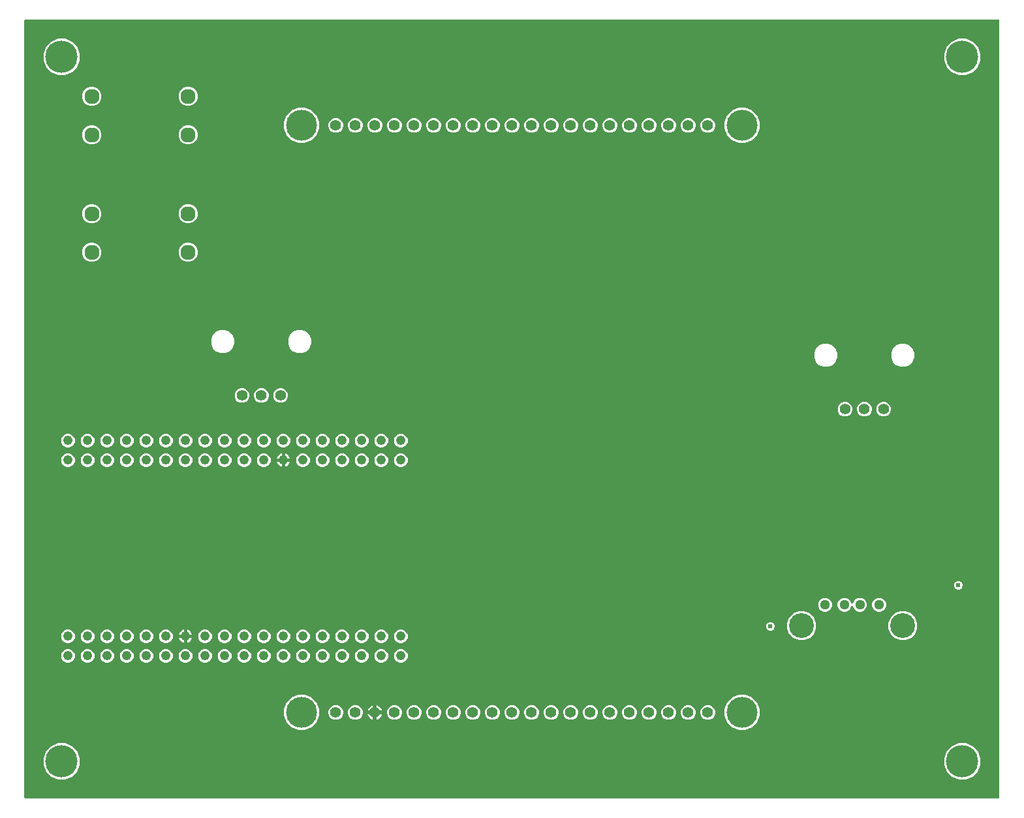
<source format=gbr>
G04 EAGLE Gerber RS-274X export*
G75*
%MOMM*%
%FSLAX34Y34*%
%LPD*%
%INCopper Layer 15*%
%IPPOS*%
%AMOC8*
5,1,8,0,0,1.08239X$1,22.5*%
G01*
%ADD10C,1.400000*%
%ADD11C,4.016000*%
%ADD12C,1.288000*%
%ADD13C,3.220000*%
%ADD14C,4.191000*%
%ADD15C,1.960000*%
%ADD16C,1.244600*%
%ADD17C,0.609600*%

G36*
X1266308Y2556D02*
X1266308Y2556D01*
X1266427Y2563D01*
X1266465Y2576D01*
X1266506Y2581D01*
X1266616Y2624D01*
X1266729Y2661D01*
X1266764Y2683D01*
X1266801Y2698D01*
X1266897Y2767D01*
X1266998Y2831D01*
X1267026Y2861D01*
X1267059Y2884D01*
X1267135Y2976D01*
X1267216Y3063D01*
X1267236Y3098D01*
X1267261Y3129D01*
X1267312Y3237D01*
X1267370Y3341D01*
X1267380Y3381D01*
X1267397Y3417D01*
X1267419Y3534D01*
X1267449Y3649D01*
X1267453Y3709D01*
X1267457Y3729D01*
X1267455Y3750D01*
X1267459Y3810D01*
X1267459Y1012190D01*
X1267444Y1012308D01*
X1267437Y1012427D01*
X1267424Y1012465D01*
X1267419Y1012506D01*
X1267376Y1012616D01*
X1267339Y1012729D01*
X1267317Y1012764D01*
X1267302Y1012801D01*
X1267233Y1012897D01*
X1267169Y1012998D01*
X1267139Y1013026D01*
X1267116Y1013059D01*
X1267024Y1013135D01*
X1266937Y1013216D01*
X1266902Y1013236D01*
X1266871Y1013261D01*
X1266763Y1013312D01*
X1266659Y1013370D01*
X1266619Y1013380D01*
X1266583Y1013397D01*
X1266466Y1013419D01*
X1266351Y1013449D01*
X1266291Y1013453D01*
X1266271Y1013457D01*
X1266250Y1013455D01*
X1266190Y1013459D01*
X3810Y1013459D01*
X3692Y1013444D01*
X3573Y1013437D01*
X3535Y1013424D01*
X3494Y1013419D01*
X3384Y1013376D01*
X3271Y1013339D01*
X3236Y1013317D01*
X3199Y1013302D01*
X3103Y1013233D01*
X3002Y1013169D01*
X2974Y1013139D01*
X2941Y1013116D01*
X2865Y1013024D01*
X2784Y1012937D01*
X2764Y1012902D01*
X2739Y1012871D01*
X2688Y1012763D01*
X2630Y1012659D01*
X2620Y1012619D01*
X2603Y1012583D01*
X2581Y1012466D01*
X2551Y1012351D01*
X2547Y1012291D01*
X2543Y1012271D01*
X2545Y1012250D01*
X2541Y1012190D01*
X2541Y3810D01*
X2556Y3692D01*
X2563Y3573D01*
X2576Y3535D01*
X2581Y3494D01*
X2624Y3384D01*
X2661Y3271D01*
X2683Y3236D01*
X2698Y3199D01*
X2767Y3103D01*
X2831Y3002D01*
X2861Y2974D01*
X2884Y2941D01*
X2976Y2865D01*
X3063Y2784D01*
X3098Y2764D01*
X3129Y2739D01*
X3237Y2688D01*
X3341Y2630D01*
X3381Y2620D01*
X3417Y2603D01*
X3534Y2581D01*
X3649Y2551D01*
X3709Y2547D01*
X3729Y2543D01*
X3750Y2545D01*
X3810Y2541D01*
X1266190Y2541D01*
X1266308Y2556D01*
G37*
%LPC*%
G36*
X1214526Y941704D02*
X1214526Y941704D01*
X1205891Y945281D01*
X1199281Y951891D01*
X1195704Y960526D01*
X1195704Y969874D01*
X1199281Y978509D01*
X1205891Y985119D01*
X1214526Y988696D01*
X1223874Y988696D01*
X1232509Y985119D01*
X1239119Y978509D01*
X1242696Y969874D01*
X1242696Y960526D01*
X1239119Y951891D01*
X1232509Y945281D01*
X1223874Y941704D01*
X1214526Y941704D01*
G37*
%LPD*%
%LPC*%
G36*
X46126Y941704D02*
X46126Y941704D01*
X37491Y945281D01*
X30881Y951891D01*
X27304Y960526D01*
X27304Y969874D01*
X30881Y978509D01*
X37491Y985119D01*
X46126Y988696D01*
X55474Y988696D01*
X64109Y985119D01*
X70719Y978509D01*
X74296Y969874D01*
X74296Y960526D01*
X70719Y951891D01*
X64109Y945281D01*
X55474Y941704D01*
X46126Y941704D01*
G37*
%LPD*%
%LPC*%
G36*
X1214526Y27304D02*
X1214526Y27304D01*
X1205891Y30881D01*
X1199281Y37491D01*
X1195704Y46126D01*
X1195704Y55474D01*
X1199281Y64109D01*
X1205891Y70719D01*
X1214526Y74296D01*
X1223874Y74296D01*
X1232509Y70719D01*
X1239119Y64109D01*
X1242696Y55474D01*
X1242696Y46126D01*
X1239119Y37491D01*
X1232509Y30881D01*
X1223874Y27304D01*
X1214526Y27304D01*
G37*
%LPD*%
%LPC*%
G36*
X46126Y27304D02*
X46126Y27304D01*
X37491Y30881D01*
X30881Y37491D01*
X27304Y46126D01*
X27304Y55474D01*
X30881Y64109D01*
X37491Y70719D01*
X46126Y74296D01*
X55474Y74296D01*
X64109Y70719D01*
X70719Y64109D01*
X74296Y55474D01*
X74296Y46126D01*
X70719Y37491D01*
X64109Y30881D01*
X55474Y27304D01*
X46126Y27304D01*
G37*
%LPD*%
%LPC*%
G36*
X928950Y853679D02*
X928950Y853679D01*
X920636Y857123D01*
X914273Y863486D01*
X910829Y871800D01*
X910829Y880800D01*
X914273Y889114D01*
X920636Y895477D01*
X928950Y898921D01*
X937950Y898921D01*
X946264Y895477D01*
X952627Y889114D01*
X956071Y880800D01*
X956071Y871800D01*
X952627Y863486D01*
X946264Y857123D01*
X937950Y853679D01*
X928950Y853679D01*
G37*
%LPD*%
%LPC*%
G36*
X357450Y853679D02*
X357450Y853679D01*
X349136Y857123D01*
X342773Y863486D01*
X339329Y871800D01*
X339329Y880800D01*
X342773Y889114D01*
X349136Y895477D01*
X357450Y898921D01*
X366450Y898921D01*
X374764Y895477D01*
X381127Y889114D01*
X384571Y880800D01*
X384571Y871800D01*
X381127Y863486D01*
X374764Y857123D01*
X366450Y853679D01*
X357450Y853679D01*
G37*
%LPD*%
%LPC*%
G36*
X357450Y91679D02*
X357450Y91679D01*
X349136Y95123D01*
X342773Y101486D01*
X339329Y109800D01*
X339329Y118800D01*
X342773Y127114D01*
X349136Y133477D01*
X357450Y136921D01*
X366450Y136921D01*
X374764Y133477D01*
X381127Y127114D01*
X384571Y118800D01*
X384571Y109800D01*
X381127Y101486D01*
X374764Y95123D01*
X366450Y91679D01*
X357450Y91679D01*
G37*
%LPD*%
%LPC*%
G36*
X928950Y91679D02*
X928950Y91679D01*
X920636Y95123D01*
X914273Y101486D01*
X910829Y109800D01*
X910829Y118800D01*
X914273Y127114D01*
X920636Y133477D01*
X928950Y136921D01*
X937950Y136921D01*
X946264Y133477D01*
X952627Y127114D01*
X956071Y118800D01*
X956071Y109800D01*
X952627Y101486D01*
X946264Y95123D01*
X937950Y91679D01*
X928950Y91679D01*
G37*
%LPD*%
%LPC*%
G36*
X1006992Y208259D02*
X1006992Y208259D01*
X1000141Y211097D01*
X994897Y216341D01*
X992059Y223192D01*
X992059Y230608D01*
X994897Y237459D01*
X1000141Y242703D01*
X1006992Y245541D01*
X1014408Y245541D01*
X1021259Y242703D01*
X1026503Y237459D01*
X1029341Y230608D01*
X1029341Y223192D01*
X1026503Y216341D01*
X1021259Y211097D01*
X1014408Y208259D01*
X1006992Y208259D01*
G37*
%LPD*%
%LPC*%
G36*
X1138392Y208259D02*
X1138392Y208259D01*
X1131541Y211097D01*
X1126297Y216341D01*
X1123459Y223192D01*
X1123459Y230608D01*
X1126297Y237459D01*
X1131541Y242703D01*
X1138392Y245541D01*
X1145808Y245541D01*
X1152659Y242703D01*
X1157903Y237459D01*
X1160741Y230608D01*
X1160741Y223192D01*
X1157903Y216341D01*
X1152659Y211097D01*
X1145808Y208259D01*
X1138392Y208259D01*
G37*
%LPD*%
%LPC*%
G36*
X356888Y580739D02*
X356888Y580739D01*
X351360Y583029D01*
X347129Y587260D01*
X344839Y592788D01*
X344839Y598772D01*
X347129Y604300D01*
X351360Y608531D01*
X356888Y610821D01*
X362872Y610821D01*
X368400Y608531D01*
X372631Y604300D01*
X374921Y598772D01*
X374921Y592788D01*
X372631Y587260D01*
X368400Y583029D01*
X362872Y580739D01*
X356888Y580739D01*
G37*
%LPD*%
%LPC*%
G36*
X256888Y580739D02*
X256888Y580739D01*
X251360Y583029D01*
X247129Y587260D01*
X244839Y592788D01*
X244839Y598772D01*
X247129Y604300D01*
X251360Y608531D01*
X256888Y610821D01*
X262872Y610821D01*
X268400Y608531D01*
X272631Y604300D01*
X274921Y598772D01*
X274921Y592788D01*
X272631Y587260D01*
X268400Y583029D01*
X262872Y580739D01*
X256888Y580739D01*
G37*
%LPD*%
%LPC*%
G36*
X1139208Y562959D02*
X1139208Y562959D01*
X1133680Y565249D01*
X1129449Y569480D01*
X1127159Y575008D01*
X1127159Y580992D01*
X1129449Y586520D01*
X1133680Y590751D01*
X1139208Y593041D01*
X1145192Y593041D01*
X1150720Y590751D01*
X1154951Y586520D01*
X1157241Y580992D01*
X1157241Y575008D01*
X1154951Y569480D01*
X1150720Y565249D01*
X1145192Y562959D01*
X1139208Y562959D01*
G37*
%LPD*%
%LPC*%
G36*
X1039208Y562959D02*
X1039208Y562959D01*
X1033680Y565249D01*
X1029449Y569480D01*
X1027159Y575008D01*
X1027159Y580992D01*
X1029449Y586520D01*
X1033680Y590751D01*
X1039208Y593041D01*
X1045192Y593041D01*
X1050720Y590751D01*
X1054951Y586520D01*
X1057241Y580992D01*
X1057241Y575008D01*
X1054951Y569480D01*
X1050720Y565249D01*
X1045192Y562959D01*
X1039208Y562959D01*
G37*
%LPD*%
%LPC*%
G36*
X1064614Y245019D02*
X1064614Y245019D01*
X1061313Y246386D01*
X1058786Y248913D01*
X1057419Y252214D01*
X1057419Y255786D01*
X1058786Y259087D01*
X1061313Y261614D01*
X1064614Y262981D01*
X1068186Y262981D01*
X1071487Y261614D01*
X1074014Y259087D01*
X1075227Y256157D01*
X1075296Y256036D01*
X1075361Y255913D01*
X1075375Y255898D01*
X1075385Y255880D01*
X1075482Y255780D01*
X1075575Y255678D01*
X1075592Y255666D01*
X1075606Y255652D01*
X1075724Y255579D01*
X1075841Y255503D01*
X1075860Y255496D01*
X1075877Y255486D01*
X1076010Y255445D01*
X1076142Y255400D01*
X1076162Y255398D01*
X1076181Y255392D01*
X1076320Y255385D01*
X1076459Y255374D01*
X1076479Y255378D01*
X1076499Y255377D01*
X1076635Y255405D01*
X1076772Y255429D01*
X1076791Y255437D01*
X1076810Y255441D01*
X1076935Y255502D01*
X1077062Y255559D01*
X1077078Y255572D01*
X1077096Y255581D01*
X1077202Y255671D01*
X1077310Y255758D01*
X1077323Y255774D01*
X1077338Y255787D01*
X1077418Y255901D01*
X1077502Y256012D01*
X1077514Y256037D01*
X1077521Y256047D01*
X1077528Y256067D01*
X1077573Y256157D01*
X1078786Y259087D01*
X1081313Y261614D01*
X1084614Y262981D01*
X1088186Y262981D01*
X1091487Y261614D01*
X1094014Y259087D01*
X1095381Y255786D01*
X1095381Y252214D01*
X1094014Y248913D01*
X1091487Y246386D01*
X1088186Y245019D01*
X1084614Y245019D01*
X1081313Y246386D01*
X1078786Y248913D01*
X1077573Y251843D01*
X1077567Y251853D01*
X1077567Y251854D01*
X1077504Y251964D01*
X1077439Y252087D01*
X1077425Y252102D01*
X1077415Y252120D01*
X1077318Y252220D01*
X1077225Y252322D01*
X1077208Y252333D01*
X1077194Y252348D01*
X1077075Y252421D01*
X1076959Y252497D01*
X1076940Y252504D01*
X1076923Y252514D01*
X1076790Y252555D01*
X1076658Y252600D01*
X1076638Y252602D01*
X1076619Y252608D01*
X1076480Y252615D01*
X1076341Y252626D01*
X1076321Y252622D01*
X1076301Y252623D01*
X1076165Y252595D01*
X1076028Y252571D01*
X1076009Y252563D01*
X1075990Y252559D01*
X1075864Y252497D01*
X1075738Y252441D01*
X1075722Y252428D01*
X1075704Y252419D01*
X1075598Y252329D01*
X1075490Y252242D01*
X1075477Y252226D01*
X1075462Y252213D01*
X1075382Y252099D01*
X1075298Y251988D01*
X1075286Y251963D01*
X1075279Y251953D01*
X1075272Y251933D01*
X1075227Y251843D01*
X1074014Y248913D01*
X1071487Y246386D01*
X1068186Y245019D01*
X1064614Y245019D01*
G37*
%LPD*%
%LPC*%
G36*
X212445Y901659D02*
X212445Y901659D01*
X207910Y903538D01*
X204438Y907010D01*
X202559Y911545D01*
X202559Y916455D01*
X204438Y920990D01*
X207910Y924462D01*
X212445Y926341D01*
X217355Y926341D01*
X221890Y924462D01*
X225362Y920990D01*
X227241Y916455D01*
X227241Y911545D01*
X225362Y907010D01*
X221890Y903538D01*
X217355Y901659D01*
X212445Y901659D01*
G37*
%LPD*%
%LPC*%
G36*
X87445Y901659D02*
X87445Y901659D01*
X82910Y903538D01*
X79438Y907010D01*
X77559Y911545D01*
X77559Y916455D01*
X79438Y920990D01*
X82910Y924462D01*
X87445Y926341D01*
X92355Y926341D01*
X96890Y924462D01*
X100362Y920990D01*
X102241Y916455D01*
X102241Y911545D01*
X100362Y907010D01*
X96890Y903538D01*
X92355Y901659D01*
X87445Y901659D01*
G37*
%LPD*%
%LPC*%
G36*
X212445Y851659D02*
X212445Y851659D01*
X207910Y853538D01*
X204438Y857010D01*
X202559Y861545D01*
X202559Y866455D01*
X204438Y870990D01*
X207910Y874462D01*
X212445Y876341D01*
X217355Y876341D01*
X221890Y874462D01*
X225362Y870990D01*
X227241Y866455D01*
X227241Y861545D01*
X225362Y857010D01*
X221890Y853538D01*
X217355Y851659D01*
X212445Y851659D01*
G37*
%LPD*%
%LPC*%
G36*
X87445Y851659D02*
X87445Y851659D01*
X82910Y853538D01*
X79438Y857010D01*
X77559Y861545D01*
X77559Y866455D01*
X79438Y870990D01*
X82910Y874462D01*
X87445Y876341D01*
X92355Y876341D01*
X96890Y874462D01*
X100362Y870990D01*
X102241Y866455D01*
X102241Y861545D01*
X100362Y857010D01*
X96890Y853538D01*
X92355Y851659D01*
X87445Y851659D01*
G37*
%LPD*%
%LPC*%
G36*
X212445Y749259D02*
X212445Y749259D01*
X207910Y751138D01*
X204438Y754610D01*
X202559Y759145D01*
X202559Y764055D01*
X204438Y768590D01*
X207910Y772062D01*
X212445Y773941D01*
X217355Y773941D01*
X221890Y772062D01*
X225362Y768590D01*
X227241Y764055D01*
X227241Y759145D01*
X225362Y754610D01*
X221890Y751138D01*
X217355Y749259D01*
X212445Y749259D01*
G37*
%LPD*%
%LPC*%
G36*
X87445Y749259D02*
X87445Y749259D01*
X82910Y751138D01*
X79438Y754610D01*
X77559Y759145D01*
X77559Y764055D01*
X79438Y768590D01*
X82910Y772062D01*
X87445Y773941D01*
X92355Y773941D01*
X96890Y772062D01*
X100362Y768590D01*
X102241Y764055D01*
X102241Y759145D01*
X100362Y754610D01*
X96890Y751138D01*
X92355Y749259D01*
X87445Y749259D01*
G37*
%LPD*%
%LPC*%
G36*
X212445Y699259D02*
X212445Y699259D01*
X207910Y701138D01*
X204438Y704610D01*
X202559Y709145D01*
X202559Y714055D01*
X204438Y718590D01*
X207910Y722062D01*
X212445Y723941D01*
X217355Y723941D01*
X221890Y722062D01*
X225362Y718590D01*
X227241Y714055D01*
X227241Y709145D01*
X225362Y704610D01*
X221890Y701138D01*
X217355Y699259D01*
X212445Y699259D01*
G37*
%LPD*%
%LPC*%
G36*
X87445Y699259D02*
X87445Y699259D01*
X82910Y701138D01*
X79438Y704610D01*
X77559Y709145D01*
X77559Y714055D01*
X79438Y718590D01*
X82910Y722062D01*
X87445Y723941D01*
X92355Y723941D01*
X96890Y722062D01*
X100362Y718590D01*
X102241Y714055D01*
X102241Y709145D01*
X100362Y704610D01*
X96890Y701138D01*
X92355Y699259D01*
X87445Y699259D01*
G37*
%LPD*%
%LPC*%
G36*
X429902Y866759D02*
X429902Y866759D01*
X426396Y868212D01*
X423712Y870896D01*
X422259Y874402D01*
X422259Y878198D01*
X423712Y881704D01*
X426396Y884388D01*
X429902Y885841D01*
X433698Y885841D01*
X437204Y884388D01*
X439888Y881704D01*
X441341Y878198D01*
X441341Y874402D01*
X439888Y870896D01*
X437204Y868212D01*
X433698Y866759D01*
X429902Y866759D01*
G37*
%LPD*%
%LPC*%
G36*
X404502Y866759D02*
X404502Y866759D01*
X400996Y868212D01*
X398312Y870896D01*
X396859Y874402D01*
X396859Y878198D01*
X398312Y881704D01*
X400996Y884388D01*
X404502Y885841D01*
X408298Y885841D01*
X411804Y884388D01*
X414488Y881704D01*
X415941Y878198D01*
X415941Y874402D01*
X414488Y870896D01*
X411804Y868212D01*
X408298Y866759D01*
X404502Y866759D01*
G37*
%LPD*%
%LPC*%
G36*
X887102Y866759D02*
X887102Y866759D01*
X883596Y868212D01*
X880912Y870896D01*
X879459Y874402D01*
X879459Y878198D01*
X880912Y881704D01*
X883596Y884388D01*
X887102Y885841D01*
X890898Y885841D01*
X894404Y884388D01*
X897088Y881704D01*
X898541Y878198D01*
X898541Y874402D01*
X897088Y870896D01*
X894404Y868212D01*
X890898Y866759D01*
X887102Y866759D01*
G37*
%LPD*%
%LPC*%
G36*
X861702Y866759D02*
X861702Y866759D01*
X858196Y868212D01*
X855512Y870896D01*
X854059Y874402D01*
X854059Y878198D01*
X855512Y881704D01*
X858196Y884388D01*
X861702Y885841D01*
X865498Y885841D01*
X869004Y884388D01*
X871688Y881704D01*
X873141Y878198D01*
X873141Y874402D01*
X871688Y870896D01*
X869004Y868212D01*
X865498Y866759D01*
X861702Y866759D01*
G37*
%LPD*%
%LPC*%
G36*
X836302Y866759D02*
X836302Y866759D01*
X832796Y868212D01*
X830112Y870896D01*
X828659Y874402D01*
X828659Y878198D01*
X830112Y881704D01*
X832796Y884388D01*
X836302Y885841D01*
X840098Y885841D01*
X843604Y884388D01*
X846288Y881704D01*
X847741Y878198D01*
X847741Y874402D01*
X846288Y870896D01*
X843604Y868212D01*
X840098Y866759D01*
X836302Y866759D01*
G37*
%LPD*%
%LPC*%
G36*
X810902Y866759D02*
X810902Y866759D01*
X807396Y868212D01*
X804712Y870896D01*
X803259Y874402D01*
X803259Y878198D01*
X804712Y881704D01*
X807396Y884388D01*
X810902Y885841D01*
X814698Y885841D01*
X818204Y884388D01*
X820888Y881704D01*
X822341Y878198D01*
X822341Y874402D01*
X820888Y870896D01*
X818204Y868212D01*
X814698Y866759D01*
X810902Y866759D01*
G37*
%LPD*%
%LPC*%
G36*
X785502Y866759D02*
X785502Y866759D01*
X781996Y868212D01*
X779312Y870896D01*
X777859Y874402D01*
X777859Y878198D01*
X779312Y881704D01*
X781996Y884388D01*
X785502Y885841D01*
X789298Y885841D01*
X792804Y884388D01*
X795488Y881704D01*
X796941Y878198D01*
X796941Y874402D01*
X795488Y870896D01*
X792804Y868212D01*
X789298Y866759D01*
X785502Y866759D01*
G37*
%LPD*%
%LPC*%
G36*
X760102Y866759D02*
X760102Y866759D01*
X756596Y868212D01*
X753912Y870896D01*
X752459Y874402D01*
X752459Y878198D01*
X753912Y881704D01*
X756596Y884388D01*
X760102Y885841D01*
X763898Y885841D01*
X767404Y884388D01*
X770088Y881704D01*
X771541Y878198D01*
X771541Y874402D01*
X770088Y870896D01*
X767404Y868212D01*
X763898Y866759D01*
X760102Y866759D01*
G37*
%LPD*%
%LPC*%
G36*
X734702Y866759D02*
X734702Y866759D01*
X731196Y868212D01*
X728512Y870896D01*
X727059Y874402D01*
X727059Y878198D01*
X728512Y881704D01*
X731196Y884388D01*
X734702Y885841D01*
X738498Y885841D01*
X742004Y884388D01*
X744688Y881704D01*
X746141Y878198D01*
X746141Y874402D01*
X744688Y870896D01*
X742004Y868212D01*
X738498Y866759D01*
X734702Y866759D01*
G37*
%LPD*%
%LPC*%
G36*
X709302Y866759D02*
X709302Y866759D01*
X705796Y868212D01*
X703112Y870896D01*
X701659Y874402D01*
X701659Y878198D01*
X703112Y881704D01*
X705796Y884388D01*
X709302Y885841D01*
X713098Y885841D01*
X716604Y884388D01*
X719288Y881704D01*
X720741Y878198D01*
X720741Y874402D01*
X719288Y870896D01*
X716604Y868212D01*
X713098Y866759D01*
X709302Y866759D01*
G37*
%LPD*%
%LPC*%
G36*
X683902Y866759D02*
X683902Y866759D01*
X680396Y868212D01*
X677712Y870896D01*
X676259Y874402D01*
X676259Y878198D01*
X677712Y881704D01*
X680396Y884388D01*
X683902Y885841D01*
X687698Y885841D01*
X691204Y884388D01*
X693888Y881704D01*
X695341Y878198D01*
X695341Y874402D01*
X693888Y870896D01*
X691204Y868212D01*
X687698Y866759D01*
X683902Y866759D01*
G37*
%LPD*%
%LPC*%
G36*
X658502Y866759D02*
X658502Y866759D01*
X654996Y868212D01*
X652312Y870896D01*
X650859Y874402D01*
X650859Y878198D01*
X652312Y881704D01*
X654996Y884388D01*
X658502Y885841D01*
X662298Y885841D01*
X665804Y884388D01*
X668488Y881704D01*
X669941Y878198D01*
X669941Y874402D01*
X668488Y870896D01*
X665804Y868212D01*
X662298Y866759D01*
X658502Y866759D01*
G37*
%LPD*%
%LPC*%
G36*
X633102Y866759D02*
X633102Y866759D01*
X629596Y868212D01*
X626912Y870896D01*
X625459Y874402D01*
X625459Y878198D01*
X626912Y881704D01*
X629596Y884388D01*
X633102Y885841D01*
X636898Y885841D01*
X640404Y884388D01*
X643088Y881704D01*
X644541Y878198D01*
X644541Y874402D01*
X643088Y870896D01*
X640404Y868212D01*
X636898Y866759D01*
X633102Y866759D01*
G37*
%LPD*%
%LPC*%
G36*
X607702Y866759D02*
X607702Y866759D01*
X604196Y868212D01*
X601512Y870896D01*
X600059Y874402D01*
X600059Y878198D01*
X601512Y881704D01*
X604196Y884388D01*
X607702Y885841D01*
X611498Y885841D01*
X615004Y884388D01*
X617688Y881704D01*
X619141Y878198D01*
X619141Y874402D01*
X617688Y870896D01*
X615004Y868212D01*
X611498Y866759D01*
X607702Y866759D01*
G37*
%LPD*%
%LPC*%
G36*
X582302Y866759D02*
X582302Y866759D01*
X578796Y868212D01*
X576112Y870896D01*
X574659Y874402D01*
X574659Y878198D01*
X576112Y881704D01*
X578796Y884388D01*
X582302Y885841D01*
X586098Y885841D01*
X589604Y884388D01*
X592288Y881704D01*
X593741Y878198D01*
X593741Y874402D01*
X592288Y870896D01*
X589604Y868212D01*
X586098Y866759D01*
X582302Y866759D01*
G37*
%LPD*%
%LPC*%
G36*
X556902Y866759D02*
X556902Y866759D01*
X553396Y868212D01*
X550712Y870896D01*
X549259Y874402D01*
X549259Y878198D01*
X550712Y881704D01*
X553396Y884388D01*
X556902Y885841D01*
X560698Y885841D01*
X564204Y884388D01*
X566888Y881704D01*
X568341Y878198D01*
X568341Y874402D01*
X566888Y870896D01*
X564204Y868212D01*
X560698Y866759D01*
X556902Y866759D01*
G37*
%LPD*%
%LPC*%
G36*
X531502Y866759D02*
X531502Y866759D01*
X527996Y868212D01*
X525312Y870896D01*
X523859Y874402D01*
X523859Y878198D01*
X525312Y881704D01*
X527996Y884388D01*
X531502Y885841D01*
X535298Y885841D01*
X538804Y884388D01*
X541488Y881704D01*
X542941Y878198D01*
X542941Y874402D01*
X541488Y870896D01*
X538804Y868212D01*
X535298Y866759D01*
X531502Y866759D01*
G37*
%LPD*%
%LPC*%
G36*
X506102Y866759D02*
X506102Y866759D01*
X502596Y868212D01*
X499912Y870896D01*
X498459Y874402D01*
X498459Y878198D01*
X499912Y881704D01*
X502596Y884388D01*
X506102Y885841D01*
X509898Y885841D01*
X513404Y884388D01*
X516088Y881704D01*
X517541Y878198D01*
X517541Y874402D01*
X516088Y870896D01*
X513404Y868212D01*
X509898Y866759D01*
X506102Y866759D01*
G37*
%LPD*%
%LPC*%
G36*
X480702Y866759D02*
X480702Y866759D01*
X477196Y868212D01*
X474512Y870896D01*
X473059Y874402D01*
X473059Y878198D01*
X474512Y881704D01*
X477196Y884388D01*
X480702Y885841D01*
X484498Y885841D01*
X488004Y884388D01*
X490688Y881704D01*
X492141Y878198D01*
X492141Y874402D01*
X490688Y870896D01*
X488004Y868212D01*
X484498Y866759D01*
X480702Y866759D01*
G37*
%LPD*%
%LPC*%
G36*
X455302Y866759D02*
X455302Y866759D01*
X451796Y868212D01*
X449112Y870896D01*
X447659Y874402D01*
X447659Y878198D01*
X449112Y881704D01*
X451796Y884388D01*
X455302Y885841D01*
X459098Y885841D01*
X462604Y884388D01*
X465288Y881704D01*
X466741Y878198D01*
X466741Y874402D01*
X465288Y870896D01*
X462604Y868212D01*
X459098Y866759D01*
X455302Y866759D01*
G37*
%LPD*%
%LPC*%
G36*
X307982Y516239D02*
X307982Y516239D01*
X304476Y517692D01*
X301792Y520376D01*
X300339Y523882D01*
X300339Y527678D01*
X301792Y531184D01*
X304476Y533868D01*
X307982Y535321D01*
X311778Y535321D01*
X315284Y533868D01*
X317968Y531184D01*
X319421Y527678D01*
X319421Y523882D01*
X317968Y520376D01*
X315284Y517692D01*
X311778Y516239D01*
X307982Y516239D01*
G37*
%LPD*%
%LPC*%
G36*
X282982Y516239D02*
X282982Y516239D01*
X279476Y517692D01*
X276792Y520376D01*
X275339Y523882D01*
X275339Y527678D01*
X276792Y531184D01*
X279476Y533868D01*
X282982Y535321D01*
X286778Y535321D01*
X290284Y533868D01*
X292968Y531184D01*
X294421Y527678D01*
X294421Y523882D01*
X292968Y520376D01*
X290284Y517692D01*
X286778Y516239D01*
X282982Y516239D01*
G37*
%LPD*%
%LPC*%
G36*
X332982Y516239D02*
X332982Y516239D01*
X329476Y517692D01*
X326792Y520376D01*
X325339Y523882D01*
X325339Y527678D01*
X326792Y531184D01*
X329476Y533868D01*
X332982Y535321D01*
X336778Y535321D01*
X340284Y533868D01*
X342968Y531184D01*
X344421Y527678D01*
X344421Y523882D01*
X342968Y520376D01*
X340284Y517692D01*
X336778Y516239D01*
X332982Y516239D01*
G37*
%LPD*%
%LPC*%
G36*
X1115302Y498459D02*
X1115302Y498459D01*
X1111796Y499912D01*
X1109112Y502596D01*
X1107659Y506102D01*
X1107659Y509898D01*
X1109112Y513404D01*
X1111796Y516088D01*
X1115302Y517541D01*
X1119098Y517541D01*
X1122604Y516088D01*
X1125288Y513404D01*
X1126741Y509898D01*
X1126741Y506102D01*
X1125288Y502596D01*
X1122604Y499912D01*
X1119098Y498459D01*
X1115302Y498459D01*
G37*
%LPD*%
%LPC*%
G36*
X1090302Y498459D02*
X1090302Y498459D01*
X1086796Y499912D01*
X1084112Y502596D01*
X1082659Y506102D01*
X1082659Y509898D01*
X1084112Y513404D01*
X1086796Y516088D01*
X1090302Y517541D01*
X1094098Y517541D01*
X1097604Y516088D01*
X1100288Y513404D01*
X1101741Y509898D01*
X1101741Y506102D01*
X1100288Y502596D01*
X1097604Y499912D01*
X1094098Y498459D01*
X1090302Y498459D01*
G37*
%LPD*%
%LPC*%
G36*
X1065302Y498459D02*
X1065302Y498459D01*
X1061796Y499912D01*
X1059112Y502596D01*
X1057659Y506102D01*
X1057659Y509898D01*
X1059112Y513404D01*
X1061796Y516088D01*
X1065302Y517541D01*
X1069098Y517541D01*
X1072604Y516088D01*
X1075288Y513404D01*
X1076741Y509898D01*
X1076741Y506102D01*
X1075288Y502596D01*
X1072604Y499912D01*
X1069098Y498459D01*
X1065302Y498459D01*
G37*
%LPD*%
%LPC*%
G36*
X607702Y104759D02*
X607702Y104759D01*
X604196Y106212D01*
X601512Y108896D01*
X600059Y112402D01*
X600059Y116198D01*
X601512Y119704D01*
X604196Y122388D01*
X607702Y123841D01*
X611498Y123841D01*
X615004Y122388D01*
X617688Y119704D01*
X619141Y116198D01*
X619141Y112402D01*
X617688Y108896D01*
X615004Y106212D01*
X611498Y104759D01*
X607702Y104759D01*
G37*
%LPD*%
%LPC*%
G36*
X582302Y104759D02*
X582302Y104759D01*
X578796Y106212D01*
X576112Y108896D01*
X574659Y112402D01*
X574659Y116198D01*
X576112Y119704D01*
X578796Y122388D01*
X582302Y123841D01*
X586098Y123841D01*
X589604Y122388D01*
X592288Y119704D01*
X593741Y116198D01*
X593741Y112402D01*
X592288Y108896D01*
X589604Y106212D01*
X586098Y104759D01*
X582302Y104759D01*
G37*
%LPD*%
%LPC*%
G36*
X556902Y104759D02*
X556902Y104759D01*
X553396Y106212D01*
X550712Y108896D01*
X549259Y112402D01*
X549259Y116198D01*
X550712Y119704D01*
X553396Y122388D01*
X556902Y123841D01*
X560698Y123841D01*
X564204Y122388D01*
X566888Y119704D01*
X568341Y116198D01*
X568341Y112402D01*
X566888Y108896D01*
X564204Y106212D01*
X560698Y104759D01*
X556902Y104759D01*
G37*
%LPD*%
%LPC*%
G36*
X531502Y104759D02*
X531502Y104759D01*
X527996Y106212D01*
X525312Y108896D01*
X523859Y112402D01*
X523859Y116198D01*
X525312Y119704D01*
X527996Y122388D01*
X531502Y123841D01*
X535298Y123841D01*
X538804Y122388D01*
X541488Y119704D01*
X542941Y116198D01*
X542941Y112402D01*
X541488Y108896D01*
X538804Y106212D01*
X535298Y104759D01*
X531502Y104759D01*
G37*
%LPD*%
%LPC*%
G36*
X506102Y104759D02*
X506102Y104759D01*
X502596Y106212D01*
X499912Y108896D01*
X498459Y112402D01*
X498459Y116198D01*
X499912Y119704D01*
X502596Y122388D01*
X506102Y123841D01*
X509898Y123841D01*
X513404Y122388D01*
X516088Y119704D01*
X517541Y116198D01*
X517541Y112402D01*
X516088Y108896D01*
X513404Y106212D01*
X509898Y104759D01*
X506102Y104759D01*
G37*
%LPD*%
%LPC*%
G36*
X480702Y104759D02*
X480702Y104759D01*
X477196Y106212D01*
X474512Y108896D01*
X473059Y112402D01*
X473059Y116198D01*
X474512Y119704D01*
X477196Y122388D01*
X480702Y123841D01*
X484498Y123841D01*
X488004Y122388D01*
X490688Y119704D01*
X492141Y116198D01*
X492141Y112402D01*
X490688Y108896D01*
X488004Y106212D01*
X484498Y104759D01*
X480702Y104759D01*
G37*
%LPD*%
%LPC*%
G36*
X429902Y104759D02*
X429902Y104759D01*
X426396Y106212D01*
X423712Y108896D01*
X422259Y112402D01*
X422259Y116198D01*
X423712Y119704D01*
X426396Y122388D01*
X429902Y123841D01*
X433698Y123841D01*
X437204Y122388D01*
X439888Y119704D01*
X441341Y116198D01*
X441341Y112402D01*
X439888Y108896D01*
X437204Y106212D01*
X433698Y104759D01*
X429902Y104759D01*
G37*
%LPD*%
%LPC*%
G36*
X404502Y104759D02*
X404502Y104759D01*
X400996Y106212D01*
X398312Y108896D01*
X396859Y112402D01*
X396859Y116198D01*
X398312Y119704D01*
X400996Y122388D01*
X404502Y123841D01*
X408298Y123841D01*
X411804Y122388D01*
X414488Y119704D01*
X415941Y116198D01*
X415941Y112402D01*
X414488Y108896D01*
X411804Y106212D01*
X408298Y104759D01*
X404502Y104759D01*
G37*
%LPD*%
%LPC*%
G36*
X760102Y104759D02*
X760102Y104759D01*
X756596Y106212D01*
X753912Y108896D01*
X752459Y112402D01*
X752459Y116198D01*
X753912Y119704D01*
X756596Y122388D01*
X760102Y123841D01*
X763898Y123841D01*
X767404Y122388D01*
X770088Y119704D01*
X771541Y116198D01*
X771541Y112402D01*
X770088Y108896D01*
X767404Y106212D01*
X763898Y104759D01*
X760102Y104759D01*
G37*
%LPD*%
%LPC*%
G36*
X887102Y104759D02*
X887102Y104759D01*
X883596Y106212D01*
X880912Y108896D01*
X879459Y112402D01*
X879459Y116198D01*
X880912Y119704D01*
X883596Y122388D01*
X887102Y123841D01*
X890898Y123841D01*
X894404Y122388D01*
X897088Y119704D01*
X898541Y116198D01*
X898541Y112402D01*
X897088Y108896D01*
X894404Y106212D01*
X890898Y104759D01*
X887102Y104759D01*
G37*
%LPD*%
%LPC*%
G36*
X861702Y104759D02*
X861702Y104759D01*
X858196Y106212D01*
X855512Y108896D01*
X854059Y112402D01*
X854059Y116198D01*
X855512Y119704D01*
X858196Y122388D01*
X861702Y123841D01*
X865498Y123841D01*
X869004Y122388D01*
X871688Y119704D01*
X873141Y116198D01*
X873141Y112402D01*
X871688Y108896D01*
X869004Y106212D01*
X865498Y104759D01*
X861702Y104759D01*
G37*
%LPD*%
%LPC*%
G36*
X836302Y104759D02*
X836302Y104759D01*
X832796Y106212D01*
X830112Y108896D01*
X828659Y112402D01*
X828659Y116198D01*
X830112Y119704D01*
X832796Y122388D01*
X836302Y123841D01*
X840098Y123841D01*
X843604Y122388D01*
X846288Y119704D01*
X847741Y116198D01*
X847741Y112402D01*
X846288Y108896D01*
X843604Y106212D01*
X840098Y104759D01*
X836302Y104759D01*
G37*
%LPD*%
%LPC*%
G36*
X810902Y104759D02*
X810902Y104759D01*
X807396Y106212D01*
X804712Y108896D01*
X803259Y112402D01*
X803259Y116198D01*
X804712Y119704D01*
X807396Y122388D01*
X810902Y123841D01*
X814698Y123841D01*
X818204Y122388D01*
X820888Y119704D01*
X822341Y116198D01*
X822341Y112402D01*
X820888Y108896D01*
X818204Y106212D01*
X814698Y104759D01*
X810902Y104759D01*
G37*
%LPD*%
%LPC*%
G36*
X785502Y104759D02*
X785502Y104759D01*
X781996Y106212D01*
X779312Y108896D01*
X777859Y112402D01*
X777859Y116198D01*
X779312Y119704D01*
X781996Y122388D01*
X785502Y123841D01*
X789298Y123841D01*
X792804Y122388D01*
X795488Y119704D01*
X796941Y116198D01*
X796941Y112402D01*
X795488Y108896D01*
X792804Y106212D01*
X789298Y104759D01*
X785502Y104759D01*
G37*
%LPD*%
%LPC*%
G36*
X734702Y104759D02*
X734702Y104759D01*
X731196Y106212D01*
X728512Y108896D01*
X727059Y112402D01*
X727059Y116198D01*
X728512Y119704D01*
X731196Y122388D01*
X734702Y123841D01*
X738498Y123841D01*
X742004Y122388D01*
X744688Y119704D01*
X746141Y116198D01*
X746141Y112402D01*
X744688Y108896D01*
X742004Y106212D01*
X738498Y104759D01*
X734702Y104759D01*
G37*
%LPD*%
%LPC*%
G36*
X709302Y104759D02*
X709302Y104759D01*
X705796Y106212D01*
X703112Y108896D01*
X701659Y112402D01*
X701659Y116198D01*
X703112Y119704D01*
X705796Y122388D01*
X709302Y123841D01*
X713098Y123841D01*
X716604Y122388D01*
X719288Y119704D01*
X720741Y116198D01*
X720741Y112402D01*
X719288Y108896D01*
X716604Y106212D01*
X713098Y104759D01*
X709302Y104759D01*
G37*
%LPD*%
%LPC*%
G36*
X683902Y104759D02*
X683902Y104759D01*
X680396Y106212D01*
X677712Y108896D01*
X676259Y112402D01*
X676259Y116198D01*
X677712Y119704D01*
X680396Y122388D01*
X683902Y123841D01*
X687698Y123841D01*
X691204Y122388D01*
X693888Y119704D01*
X695341Y116198D01*
X695341Y112402D01*
X693888Y108896D01*
X691204Y106212D01*
X687698Y104759D01*
X683902Y104759D01*
G37*
%LPD*%
%LPC*%
G36*
X658502Y104759D02*
X658502Y104759D01*
X654996Y106212D01*
X652312Y108896D01*
X650859Y112402D01*
X650859Y116198D01*
X652312Y119704D01*
X654996Y122388D01*
X658502Y123841D01*
X662298Y123841D01*
X665804Y122388D01*
X668488Y119704D01*
X669941Y116198D01*
X669941Y112402D01*
X668488Y108896D01*
X665804Y106212D01*
X662298Y104759D01*
X658502Y104759D01*
G37*
%LPD*%
%LPC*%
G36*
X633102Y104759D02*
X633102Y104759D01*
X629596Y106212D01*
X626912Y108896D01*
X625459Y112402D01*
X625459Y116198D01*
X626912Y119704D01*
X629596Y122388D01*
X633102Y123841D01*
X636898Y123841D01*
X640404Y122388D01*
X643088Y119704D01*
X644541Y116198D01*
X644541Y112402D01*
X643088Y108896D01*
X640404Y106212D01*
X636898Y104759D01*
X633102Y104759D01*
G37*
%LPD*%
%LPC*%
G36*
X1039614Y245019D02*
X1039614Y245019D01*
X1036313Y246386D01*
X1033786Y248913D01*
X1032419Y252214D01*
X1032419Y255786D01*
X1033786Y259087D01*
X1036313Y261614D01*
X1039614Y262981D01*
X1043186Y262981D01*
X1046487Y261614D01*
X1049014Y259087D01*
X1050381Y255786D01*
X1050381Y252214D01*
X1049014Y248913D01*
X1046487Y246386D01*
X1043186Y245019D01*
X1039614Y245019D01*
G37*
%LPD*%
%LPC*%
G36*
X1109614Y245019D02*
X1109614Y245019D01*
X1106313Y246386D01*
X1103786Y248913D01*
X1102419Y252214D01*
X1102419Y255786D01*
X1103786Y259087D01*
X1106313Y261614D01*
X1109614Y262981D01*
X1113186Y262981D01*
X1116487Y261614D01*
X1119014Y259087D01*
X1120381Y255786D01*
X1120381Y252214D01*
X1119014Y248913D01*
X1116487Y246386D01*
X1113186Y245019D01*
X1109614Y245019D01*
G37*
%LPD*%
%LPC*%
G36*
X133557Y458336D02*
X133557Y458336D01*
X130336Y459670D01*
X127870Y462136D01*
X126536Y465357D01*
X126536Y468843D01*
X127870Y472064D01*
X130336Y474530D01*
X133557Y475864D01*
X137043Y475864D01*
X140264Y474530D01*
X142730Y472064D01*
X144064Y468843D01*
X144064Y465357D01*
X142730Y462136D01*
X140264Y459670D01*
X137043Y458336D01*
X133557Y458336D01*
G37*
%LPD*%
%LPC*%
G36*
X108157Y458336D02*
X108157Y458336D01*
X104936Y459670D01*
X102470Y462136D01*
X101136Y465357D01*
X101136Y468843D01*
X102470Y472064D01*
X104936Y474530D01*
X108157Y475864D01*
X111643Y475864D01*
X114864Y474530D01*
X117330Y472064D01*
X118664Y468843D01*
X118664Y465357D01*
X117330Y462136D01*
X114864Y459670D01*
X111643Y458336D01*
X108157Y458336D01*
G37*
%LPD*%
%LPC*%
G36*
X489157Y458336D02*
X489157Y458336D01*
X485936Y459670D01*
X483470Y462136D01*
X482136Y465357D01*
X482136Y468843D01*
X483470Y472064D01*
X485936Y474530D01*
X489157Y475864D01*
X492643Y475864D01*
X495864Y474530D01*
X498330Y472064D01*
X499664Y468843D01*
X499664Y465357D01*
X498330Y462136D01*
X495864Y459670D01*
X492643Y458336D01*
X489157Y458336D01*
G37*
%LPD*%
%LPC*%
G36*
X463757Y458336D02*
X463757Y458336D01*
X460536Y459670D01*
X458070Y462136D01*
X456736Y465357D01*
X456736Y468843D01*
X458070Y472064D01*
X460536Y474530D01*
X463757Y475864D01*
X467243Y475864D01*
X470464Y474530D01*
X472930Y472064D01*
X474264Y468843D01*
X474264Y465357D01*
X472930Y462136D01*
X470464Y459670D01*
X467243Y458336D01*
X463757Y458336D01*
G37*
%LPD*%
%LPC*%
G36*
X438357Y458336D02*
X438357Y458336D01*
X435136Y459670D01*
X432670Y462136D01*
X431336Y465357D01*
X431336Y468843D01*
X432670Y472064D01*
X435136Y474530D01*
X438357Y475864D01*
X441843Y475864D01*
X445064Y474530D01*
X447530Y472064D01*
X448864Y468843D01*
X448864Y465357D01*
X447530Y462136D01*
X445064Y459670D01*
X441843Y458336D01*
X438357Y458336D01*
G37*
%LPD*%
%LPC*%
G36*
X412957Y458336D02*
X412957Y458336D01*
X409736Y459670D01*
X407270Y462136D01*
X405936Y465357D01*
X405936Y468843D01*
X407270Y472064D01*
X409736Y474530D01*
X412957Y475864D01*
X416443Y475864D01*
X419664Y474530D01*
X422130Y472064D01*
X423464Y468843D01*
X423464Y465357D01*
X422130Y462136D01*
X419664Y459670D01*
X416443Y458336D01*
X412957Y458336D01*
G37*
%LPD*%
%LPC*%
G36*
X387557Y458336D02*
X387557Y458336D01*
X384336Y459670D01*
X381870Y462136D01*
X380536Y465357D01*
X380536Y468843D01*
X381870Y472064D01*
X384336Y474530D01*
X387557Y475864D01*
X391043Y475864D01*
X394264Y474530D01*
X396730Y472064D01*
X398064Y468843D01*
X398064Y465357D01*
X396730Y462136D01*
X394264Y459670D01*
X391043Y458336D01*
X387557Y458336D01*
G37*
%LPD*%
%LPC*%
G36*
X362157Y458336D02*
X362157Y458336D01*
X358936Y459670D01*
X356470Y462136D01*
X355136Y465357D01*
X355136Y468843D01*
X356470Y472064D01*
X358936Y474530D01*
X362157Y475864D01*
X365643Y475864D01*
X368864Y474530D01*
X371330Y472064D01*
X372664Y468843D01*
X372664Y465357D01*
X371330Y462136D01*
X368864Y459670D01*
X365643Y458336D01*
X362157Y458336D01*
G37*
%LPD*%
%LPC*%
G36*
X336757Y458336D02*
X336757Y458336D01*
X333536Y459670D01*
X331070Y462136D01*
X329736Y465357D01*
X329736Y468843D01*
X331070Y472064D01*
X333536Y474530D01*
X336757Y475864D01*
X340243Y475864D01*
X343464Y474530D01*
X345930Y472064D01*
X347264Y468843D01*
X347264Y465357D01*
X345930Y462136D01*
X343464Y459670D01*
X340243Y458336D01*
X336757Y458336D01*
G37*
%LPD*%
%LPC*%
G36*
X311357Y458336D02*
X311357Y458336D01*
X308136Y459670D01*
X305670Y462136D01*
X304336Y465357D01*
X304336Y468843D01*
X305670Y472064D01*
X308136Y474530D01*
X311357Y475864D01*
X314843Y475864D01*
X318064Y474530D01*
X320530Y472064D01*
X321864Y468843D01*
X321864Y465357D01*
X320530Y462136D01*
X318064Y459670D01*
X314843Y458336D01*
X311357Y458336D01*
G37*
%LPD*%
%LPC*%
G36*
X285957Y458336D02*
X285957Y458336D01*
X282736Y459670D01*
X280270Y462136D01*
X278936Y465357D01*
X278936Y468843D01*
X280270Y472064D01*
X282736Y474530D01*
X285957Y475864D01*
X289443Y475864D01*
X292664Y474530D01*
X295130Y472064D01*
X296464Y468843D01*
X296464Y465357D01*
X295130Y462136D01*
X292664Y459670D01*
X289443Y458336D01*
X285957Y458336D01*
G37*
%LPD*%
%LPC*%
G36*
X260557Y458336D02*
X260557Y458336D01*
X257336Y459670D01*
X254870Y462136D01*
X253536Y465357D01*
X253536Y468843D01*
X254870Y472064D01*
X257336Y474530D01*
X260557Y475864D01*
X264043Y475864D01*
X267264Y474530D01*
X269730Y472064D01*
X271064Y468843D01*
X271064Y465357D01*
X269730Y462136D01*
X267264Y459670D01*
X264043Y458336D01*
X260557Y458336D01*
G37*
%LPD*%
%LPC*%
G36*
X235157Y458336D02*
X235157Y458336D01*
X231936Y459670D01*
X229470Y462136D01*
X228136Y465357D01*
X228136Y468843D01*
X229470Y472064D01*
X231936Y474530D01*
X235157Y475864D01*
X238643Y475864D01*
X241864Y474530D01*
X244330Y472064D01*
X245664Y468843D01*
X245664Y465357D01*
X244330Y462136D01*
X241864Y459670D01*
X238643Y458336D01*
X235157Y458336D01*
G37*
%LPD*%
%LPC*%
G36*
X209757Y458336D02*
X209757Y458336D01*
X206536Y459670D01*
X204070Y462136D01*
X202736Y465357D01*
X202736Y468843D01*
X204070Y472064D01*
X206536Y474530D01*
X209757Y475864D01*
X213243Y475864D01*
X216464Y474530D01*
X218930Y472064D01*
X220264Y468843D01*
X220264Y465357D01*
X218930Y462136D01*
X216464Y459670D01*
X213243Y458336D01*
X209757Y458336D01*
G37*
%LPD*%
%LPC*%
G36*
X184357Y458336D02*
X184357Y458336D01*
X181136Y459670D01*
X178670Y462136D01*
X177336Y465357D01*
X177336Y468843D01*
X178670Y472064D01*
X181136Y474530D01*
X184357Y475864D01*
X187843Y475864D01*
X191064Y474530D01*
X193530Y472064D01*
X194864Y468843D01*
X194864Y465357D01*
X193530Y462136D01*
X191064Y459670D01*
X187843Y458336D01*
X184357Y458336D01*
G37*
%LPD*%
%LPC*%
G36*
X158957Y458336D02*
X158957Y458336D01*
X155736Y459670D01*
X153270Y462136D01*
X151936Y465357D01*
X151936Y468843D01*
X153270Y472064D01*
X155736Y474530D01*
X158957Y475864D01*
X162443Y475864D01*
X165664Y474530D01*
X168130Y472064D01*
X169464Y468843D01*
X169464Y465357D01*
X168130Y462136D01*
X165664Y459670D01*
X162443Y458336D01*
X158957Y458336D01*
G37*
%LPD*%
%LPC*%
G36*
X82757Y458336D02*
X82757Y458336D01*
X79536Y459670D01*
X77070Y462136D01*
X75736Y465357D01*
X75736Y468843D01*
X77070Y472064D01*
X79536Y474530D01*
X82757Y475864D01*
X86243Y475864D01*
X89464Y474530D01*
X91930Y472064D01*
X93264Y468843D01*
X93264Y465357D01*
X91930Y462136D01*
X89464Y459670D01*
X86243Y458336D01*
X82757Y458336D01*
G37*
%LPD*%
%LPC*%
G36*
X57357Y458336D02*
X57357Y458336D01*
X54136Y459670D01*
X51670Y462136D01*
X50336Y465357D01*
X50336Y468843D01*
X51670Y472064D01*
X54136Y474530D01*
X57357Y475864D01*
X60843Y475864D01*
X64064Y474530D01*
X66530Y472064D01*
X67864Y468843D01*
X67864Y465357D01*
X66530Y462136D01*
X64064Y459670D01*
X60843Y458336D01*
X57357Y458336D01*
G37*
%LPD*%
%LPC*%
G36*
X82757Y432936D02*
X82757Y432936D01*
X79536Y434270D01*
X77070Y436736D01*
X75736Y439957D01*
X75736Y443443D01*
X77070Y446664D01*
X79536Y449130D01*
X82757Y450464D01*
X86243Y450464D01*
X89464Y449130D01*
X91930Y446664D01*
X93264Y443443D01*
X93264Y439957D01*
X91930Y436736D01*
X89464Y434270D01*
X86243Y432936D01*
X82757Y432936D01*
G37*
%LPD*%
%LPC*%
G36*
X57357Y432936D02*
X57357Y432936D01*
X54136Y434270D01*
X51670Y436736D01*
X50336Y439957D01*
X50336Y443443D01*
X51670Y446664D01*
X54136Y449130D01*
X57357Y450464D01*
X60843Y450464D01*
X64064Y449130D01*
X66530Y446664D01*
X67864Y443443D01*
X67864Y439957D01*
X66530Y436736D01*
X64064Y434270D01*
X60843Y432936D01*
X57357Y432936D01*
G37*
%LPD*%
%LPC*%
G36*
X489157Y432936D02*
X489157Y432936D01*
X485936Y434270D01*
X483470Y436736D01*
X482136Y439957D01*
X482136Y443443D01*
X483470Y446664D01*
X485936Y449130D01*
X489157Y450464D01*
X492643Y450464D01*
X495864Y449130D01*
X498330Y446664D01*
X499664Y443443D01*
X499664Y439957D01*
X498330Y436736D01*
X495864Y434270D01*
X492643Y432936D01*
X489157Y432936D01*
G37*
%LPD*%
%LPC*%
G36*
X463757Y432936D02*
X463757Y432936D01*
X460536Y434270D01*
X458070Y436736D01*
X456736Y439957D01*
X456736Y443443D01*
X458070Y446664D01*
X460536Y449130D01*
X463757Y450464D01*
X467243Y450464D01*
X470464Y449130D01*
X472930Y446664D01*
X474264Y443443D01*
X474264Y439957D01*
X472930Y436736D01*
X470464Y434270D01*
X467243Y432936D01*
X463757Y432936D01*
G37*
%LPD*%
%LPC*%
G36*
X438357Y432936D02*
X438357Y432936D01*
X435136Y434270D01*
X432670Y436736D01*
X431336Y439957D01*
X431336Y443443D01*
X432670Y446664D01*
X435136Y449130D01*
X438357Y450464D01*
X441843Y450464D01*
X445064Y449130D01*
X447530Y446664D01*
X448864Y443443D01*
X448864Y439957D01*
X447530Y436736D01*
X445064Y434270D01*
X441843Y432936D01*
X438357Y432936D01*
G37*
%LPD*%
%LPC*%
G36*
X412957Y432936D02*
X412957Y432936D01*
X409736Y434270D01*
X407270Y436736D01*
X405936Y439957D01*
X405936Y443443D01*
X407270Y446664D01*
X409736Y449130D01*
X412957Y450464D01*
X416443Y450464D01*
X419664Y449130D01*
X422130Y446664D01*
X423464Y443443D01*
X423464Y439957D01*
X422130Y436736D01*
X419664Y434270D01*
X416443Y432936D01*
X412957Y432936D01*
G37*
%LPD*%
%LPC*%
G36*
X387557Y432936D02*
X387557Y432936D01*
X384336Y434270D01*
X381870Y436736D01*
X380536Y439957D01*
X380536Y443443D01*
X381870Y446664D01*
X384336Y449130D01*
X387557Y450464D01*
X391043Y450464D01*
X394264Y449130D01*
X396730Y446664D01*
X398064Y443443D01*
X398064Y439957D01*
X396730Y436736D01*
X394264Y434270D01*
X391043Y432936D01*
X387557Y432936D01*
G37*
%LPD*%
%LPC*%
G36*
X362157Y432936D02*
X362157Y432936D01*
X358936Y434270D01*
X356470Y436736D01*
X355136Y439957D01*
X355136Y443443D01*
X356470Y446664D01*
X358936Y449130D01*
X362157Y450464D01*
X365643Y450464D01*
X368864Y449130D01*
X371330Y446664D01*
X372664Y443443D01*
X372664Y439957D01*
X371330Y436736D01*
X368864Y434270D01*
X365643Y432936D01*
X362157Y432936D01*
G37*
%LPD*%
%LPC*%
G36*
X311357Y432936D02*
X311357Y432936D01*
X308136Y434270D01*
X305670Y436736D01*
X304336Y439957D01*
X304336Y443443D01*
X305670Y446664D01*
X308136Y449130D01*
X311357Y450464D01*
X314843Y450464D01*
X318064Y449130D01*
X320530Y446664D01*
X321864Y443443D01*
X321864Y439957D01*
X320530Y436736D01*
X318064Y434270D01*
X314843Y432936D01*
X311357Y432936D01*
G37*
%LPD*%
%LPC*%
G36*
X311357Y204336D02*
X311357Y204336D01*
X308136Y205670D01*
X305670Y208136D01*
X304336Y211357D01*
X304336Y214843D01*
X305670Y218064D01*
X308136Y220530D01*
X311357Y221864D01*
X314843Y221864D01*
X318064Y220530D01*
X320530Y218064D01*
X321864Y214843D01*
X321864Y211357D01*
X320530Y208136D01*
X318064Y205670D01*
X314843Y204336D01*
X311357Y204336D01*
G37*
%LPD*%
%LPC*%
G36*
X285957Y204336D02*
X285957Y204336D01*
X282736Y205670D01*
X280270Y208136D01*
X278936Y211357D01*
X278936Y214843D01*
X280270Y218064D01*
X282736Y220530D01*
X285957Y221864D01*
X289443Y221864D01*
X292664Y220530D01*
X295130Y218064D01*
X296464Y214843D01*
X296464Y211357D01*
X295130Y208136D01*
X292664Y205670D01*
X289443Y204336D01*
X285957Y204336D01*
G37*
%LPD*%
%LPC*%
G36*
X260557Y204336D02*
X260557Y204336D01*
X257336Y205670D01*
X254870Y208136D01*
X253536Y211357D01*
X253536Y214843D01*
X254870Y218064D01*
X257336Y220530D01*
X260557Y221864D01*
X264043Y221864D01*
X267264Y220530D01*
X269730Y218064D01*
X271064Y214843D01*
X271064Y211357D01*
X269730Y208136D01*
X267264Y205670D01*
X264043Y204336D01*
X260557Y204336D01*
G37*
%LPD*%
%LPC*%
G36*
X235157Y204336D02*
X235157Y204336D01*
X231936Y205670D01*
X229470Y208136D01*
X228136Y211357D01*
X228136Y214843D01*
X229470Y218064D01*
X231936Y220530D01*
X235157Y221864D01*
X238643Y221864D01*
X241864Y220530D01*
X244330Y218064D01*
X245664Y214843D01*
X245664Y211357D01*
X244330Y208136D01*
X241864Y205670D01*
X238643Y204336D01*
X235157Y204336D01*
G37*
%LPD*%
%LPC*%
G36*
X184357Y204336D02*
X184357Y204336D01*
X181136Y205670D01*
X178670Y208136D01*
X177336Y211357D01*
X177336Y214843D01*
X178670Y218064D01*
X181136Y220530D01*
X184357Y221864D01*
X187843Y221864D01*
X191064Y220530D01*
X193530Y218064D01*
X194864Y214843D01*
X194864Y211357D01*
X193530Y208136D01*
X191064Y205670D01*
X187843Y204336D01*
X184357Y204336D01*
G37*
%LPD*%
%LPC*%
G36*
X158957Y204336D02*
X158957Y204336D01*
X155736Y205670D01*
X153270Y208136D01*
X151936Y211357D01*
X151936Y214843D01*
X153270Y218064D01*
X155736Y220530D01*
X158957Y221864D01*
X162443Y221864D01*
X165664Y220530D01*
X168130Y218064D01*
X169464Y214843D01*
X169464Y211357D01*
X168130Y208136D01*
X165664Y205670D01*
X162443Y204336D01*
X158957Y204336D01*
G37*
%LPD*%
%LPC*%
G36*
X133557Y204336D02*
X133557Y204336D01*
X130336Y205670D01*
X127870Y208136D01*
X126536Y211357D01*
X126536Y214843D01*
X127870Y218064D01*
X130336Y220530D01*
X133557Y221864D01*
X137043Y221864D01*
X140264Y220530D01*
X142730Y218064D01*
X144064Y214843D01*
X144064Y211357D01*
X142730Y208136D01*
X140264Y205670D01*
X137043Y204336D01*
X133557Y204336D01*
G37*
%LPD*%
%LPC*%
G36*
X108157Y204336D02*
X108157Y204336D01*
X104936Y205670D01*
X102470Y208136D01*
X101136Y211357D01*
X101136Y214843D01*
X102470Y218064D01*
X104936Y220530D01*
X108157Y221864D01*
X111643Y221864D01*
X114864Y220530D01*
X117330Y218064D01*
X118664Y214843D01*
X118664Y211357D01*
X117330Y208136D01*
X114864Y205670D01*
X111643Y204336D01*
X108157Y204336D01*
G37*
%LPD*%
%LPC*%
G36*
X82757Y204336D02*
X82757Y204336D01*
X79536Y205670D01*
X77070Y208136D01*
X75736Y211357D01*
X75736Y214843D01*
X77070Y218064D01*
X79536Y220530D01*
X82757Y221864D01*
X86243Y221864D01*
X89464Y220530D01*
X91930Y218064D01*
X93264Y214843D01*
X93264Y211357D01*
X91930Y208136D01*
X89464Y205670D01*
X86243Y204336D01*
X82757Y204336D01*
G37*
%LPD*%
%LPC*%
G36*
X57357Y204336D02*
X57357Y204336D01*
X54136Y205670D01*
X51670Y208136D01*
X50336Y211357D01*
X50336Y214843D01*
X51670Y218064D01*
X54136Y220530D01*
X57357Y221864D01*
X60843Y221864D01*
X64064Y220530D01*
X66530Y218064D01*
X67864Y214843D01*
X67864Y211357D01*
X66530Y208136D01*
X64064Y205670D01*
X60843Y204336D01*
X57357Y204336D01*
G37*
%LPD*%
%LPC*%
G36*
X387557Y204336D02*
X387557Y204336D01*
X384336Y205670D01*
X381870Y208136D01*
X380536Y211357D01*
X380536Y214843D01*
X381870Y218064D01*
X384336Y220530D01*
X387557Y221864D01*
X391043Y221864D01*
X394264Y220530D01*
X396730Y218064D01*
X398064Y214843D01*
X398064Y211357D01*
X396730Y208136D01*
X394264Y205670D01*
X391043Y204336D01*
X387557Y204336D01*
G37*
%LPD*%
%LPC*%
G36*
X285957Y432936D02*
X285957Y432936D01*
X282736Y434270D01*
X280270Y436736D01*
X278936Y439957D01*
X278936Y443443D01*
X280270Y446664D01*
X282736Y449130D01*
X285957Y450464D01*
X289443Y450464D01*
X292664Y449130D01*
X295130Y446664D01*
X296464Y443443D01*
X296464Y439957D01*
X295130Y436736D01*
X292664Y434270D01*
X289443Y432936D01*
X285957Y432936D01*
G37*
%LPD*%
%LPC*%
G36*
X82757Y178936D02*
X82757Y178936D01*
X79536Y180270D01*
X77070Y182736D01*
X75736Y185957D01*
X75736Y189443D01*
X77070Y192664D01*
X79536Y195130D01*
X82757Y196464D01*
X86243Y196464D01*
X89464Y195130D01*
X91930Y192664D01*
X93264Y189443D01*
X93264Y185957D01*
X91930Y182736D01*
X89464Y180270D01*
X86243Y178936D01*
X82757Y178936D01*
G37*
%LPD*%
%LPC*%
G36*
X57357Y178936D02*
X57357Y178936D01*
X54136Y180270D01*
X51670Y182736D01*
X50336Y185957D01*
X50336Y189443D01*
X51670Y192664D01*
X54136Y195130D01*
X57357Y196464D01*
X60843Y196464D01*
X64064Y195130D01*
X66530Y192664D01*
X67864Y189443D01*
X67864Y185957D01*
X66530Y182736D01*
X64064Y180270D01*
X60843Y178936D01*
X57357Y178936D01*
G37*
%LPD*%
%LPC*%
G36*
X489157Y178936D02*
X489157Y178936D01*
X485936Y180270D01*
X483470Y182736D01*
X482136Y185957D01*
X482136Y189443D01*
X483470Y192664D01*
X485936Y195130D01*
X489157Y196464D01*
X492643Y196464D01*
X495864Y195130D01*
X498330Y192664D01*
X499664Y189443D01*
X499664Y185957D01*
X498330Y182736D01*
X495864Y180270D01*
X492643Y178936D01*
X489157Y178936D01*
G37*
%LPD*%
%LPC*%
G36*
X463757Y178936D02*
X463757Y178936D01*
X460536Y180270D01*
X458070Y182736D01*
X456736Y185957D01*
X456736Y189443D01*
X458070Y192664D01*
X460536Y195130D01*
X463757Y196464D01*
X467243Y196464D01*
X470464Y195130D01*
X472930Y192664D01*
X474264Y189443D01*
X474264Y185957D01*
X472930Y182736D01*
X470464Y180270D01*
X467243Y178936D01*
X463757Y178936D01*
G37*
%LPD*%
%LPC*%
G36*
X438357Y178936D02*
X438357Y178936D01*
X435136Y180270D01*
X432670Y182736D01*
X431336Y185957D01*
X431336Y189443D01*
X432670Y192664D01*
X435136Y195130D01*
X438357Y196464D01*
X441843Y196464D01*
X445064Y195130D01*
X447530Y192664D01*
X448864Y189443D01*
X448864Y185957D01*
X447530Y182736D01*
X445064Y180270D01*
X441843Y178936D01*
X438357Y178936D01*
G37*
%LPD*%
%LPC*%
G36*
X412957Y178936D02*
X412957Y178936D01*
X409736Y180270D01*
X407270Y182736D01*
X405936Y185957D01*
X405936Y189443D01*
X407270Y192664D01*
X409736Y195130D01*
X412957Y196464D01*
X416443Y196464D01*
X419664Y195130D01*
X422130Y192664D01*
X423464Y189443D01*
X423464Y185957D01*
X422130Y182736D01*
X419664Y180270D01*
X416443Y178936D01*
X412957Y178936D01*
G37*
%LPD*%
%LPC*%
G36*
X209757Y432936D02*
X209757Y432936D01*
X206536Y434270D01*
X204070Y436736D01*
X202736Y439957D01*
X202736Y443443D01*
X204070Y446664D01*
X206536Y449130D01*
X209757Y450464D01*
X213243Y450464D01*
X216464Y449130D01*
X218930Y446664D01*
X220264Y443443D01*
X220264Y439957D01*
X218930Y436736D01*
X216464Y434270D01*
X213243Y432936D01*
X209757Y432936D01*
G37*
%LPD*%
%LPC*%
G36*
X362157Y178936D02*
X362157Y178936D01*
X358936Y180270D01*
X356470Y182736D01*
X355136Y185957D01*
X355136Y189443D01*
X356470Y192664D01*
X358936Y195130D01*
X362157Y196464D01*
X365643Y196464D01*
X368864Y195130D01*
X371330Y192664D01*
X372664Y189443D01*
X372664Y185957D01*
X371330Y182736D01*
X368864Y180270D01*
X365643Y178936D01*
X362157Y178936D01*
G37*
%LPD*%
%LPC*%
G36*
X336757Y178936D02*
X336757Y178936D01*
X333536Y180270D01*
X331070Y182736D01*
X329736Y185957D01*
X329736Y189443D01*
X331070Y192664D01*
X333536Y195130D01*
X336757Y196464D01*
X340243Y196464D01*
X343464Y195130D01*
X345930Y192664D01*
X347264Y189443D01*
X347264Y185957D01*
X345930Y182736D01*
X343464Y180270D01*
X340243Y178936D01*
X336757Y178936D01*
G37*
%LPD*%
%LPC*%
G36*
X311357Y178936D02*
X311357Y178936D01*
X308136Y180270D01*
X305670Y182736D01*
X304336Y185957D01*
X304336Y189443D01*
X305670Y192664D01*
X308136Y195130D01*
X311357Y196464D01*
X314843Y196464D01*
X318064Y195130D01*
X320530Y192664D01*
X321864Y189443D01*
X321864Y185957D01*
X320530Y182736D01*
X318064Y180270D01*
X314843Y178936D01*
X311357Y178936D01*
G37*
%LPD*%
%LPC*%
G36*
X285957Y178936D02*
X285957Y178936D01*
X282736Y180270D01*
X280270Y182736D01*
X278936Y185957D01*
X278936Y189443D01*
X280270Y192664D01*
X282736Y195130D01*
X285957Y196464D01*
X289443Y196464D01*
X292664Y195130D01*
X295130Y192664D01*
X296464Y189443D01*
X296464Y185957D01*
X295130Y182736D01*
X292664Y180270D01*
X289443Y178936D01*
X285957Y178936D01*
G37*
%LPD*%
%LPC*%
G36*
X260557Y178936D02*
X260557Y178936D01*
X257336Y180270D01*
X254870Y182736D01*
X253536Y185957D01*
X253536Y189443D01*
X254870Y192664D01*
X257336Y195130D01*
X260557Y196464D01*
X264043Y196464D01*
X267264Y195130D01*
X269730Y192664D01*
X271064Y189443D01*
X271064Y185957D01*
X269730Y182736D01*
X267264Y180270D01*
X264043Y178936D01*
X260557Y178936D01*
G37*
%LPD*%
%LPC*%
G36*
X235157Y178936D02*
X235157Y178936D01*
X231936Y180270D01*
X229470Y182736D01*
X228136Y185957D01*
X228136Y189443D01*
X229470Y192664D01*
X231936Y195130D01*
X235157Y196464D01*
X238643Y196464D01*
X241864Y195130D01*
X244330Y192664D01*
X245664Y189443D01*
X245664Y185957D01*
X244330Y182736D01*
X241864Y180270D01*
X238643Y178936D01*
X235157Y178936D01*
G37*
%LPD*%
%LPC*%
G36*
X209757Y178936D02*
X209757Y178936D01*
X206536Y180270D01*
X204070Y182736D01*
X202736Y185957D01*
X202736Y189443D01*
X204070Y192664D01*
X206536Y195130D01*
X209757Y196464D01*
X213243Y196464D01*
X216464Y195130D01*
X218930Y192664D01*
X220264Y189443D01*
X220264Y185957D01*
X218930Y182736D01*
X216464Y180270D01*
X213243Y178936D01*
X209757Y178936D01*
G37*
%LPD*%
%LPC*%
G36*
X184357Y178936D02*
X184357Y178936D01*
X181136Y180270D01*
X178670Y182736D01*
X177336Y185957D01*
X177336Y189443D01*
X178670Y192664D01*
X181136Y195130D01*
X184357Y196464D01*
X187843Y196464D01*
X191064Y195130D01*
X193530Y192664D01*
X194864Y189443D01*
X194864Y185957D01*
X193530Y182736D01*
X191064Y180270D01*
X187843Y178936D01*
X184357Y178936D01*
G37*
%LPD*%
%LPC*%
G36*
X158957Y178936D02*
X158957Y178936D01*
X155736Y180270D01*
X153270Y182736D01*
X151936Y185957D01*
X151936Y189443D01*
X153270Y192664D01*
X155736Y195130D01*
X158957Y196464D01*
X162443Y196464D01*
X165664Y195130D01*
X168130Y192664D01*
X169464Y189443D01*
X169464Y185957D01*
X168130Y182736D01*
X165664Y180270D01*
X162443Y178936D01*
X158957Y178936D01*
G37*
%LPD*%
%LPC*%
G36*
X133557Y178936D02*
X133557Y178936D01*
X130336Y180270D01*
X127870Y182736D01*
X126536Y185957D01*
X126536Y189443D01*
X127870Y192664D01*
X130336Y195130D01*
X133557Y196464D01*
X137043Y196464D01*
X140264Y195130D01*
X142730Y192664D01*
X144064Y189443D01*
X144064Y185957D01*
X142730Y182736D01*
X140264Y180270D01*
X137043Y178936D01*
X133557Y178936D01*
G37*
%LPD*%
%LPC*%
G36*
X108157Y178936D02*
X108157Y178936D01*
X104936Y180270D01*
X102470Y182736D01*
X101136Y185957D01*
X101136Y189443D01*
X102470Y192664D01*
X104936Y195130D01*
X108157Y196464D01*
X111643Y196464D01*
X114864Y195130D01*
X117330Y192664D01*
X118664Y189443D01*
X118664Y185957D01*
X117330Y182736D01*
X114864Y180270D01*
X111643Y178936D01*
X108157Y178936D01*
G37*
%LPD*%
%LPC*%
G36*
X235157Y432936D02*
X235157Y432936D01*
X231936Y434270D01*
X229470Y436736D01*
X228136Y439957D01*
X228136Y443443D01*
X229470Y446664D01*
X231936Y449130D01*
X235157Y450464D01*
X238643Y450464D01*
X241864Y449130D01*
X244330Y446664D01*
X245664Y443443D01*
X245664Y439957D01*
X244330Y436736D01*
X241864Y434270D01*
X238643Y432936D01*
X235157Y432936D01*
G37*
%LPD*%
%LPC*%
G36*
X260557Y432936D02*
X260557Y432936D01*
X257336Y434270D01*
X254870Y436736D01*
X253536Y439957D01*
X253536Y443443D01*
X254870Y446664D01*
X257336Y449130D01*
X260557Y450464D01*
X264043Y450464D01*
X267264Y449130D01*
X269730Y446664D01*
X271064Y443443D01*
X271064Y439957D01*
X269730Y436736D01*
X267264Y434270D01*
X264043Y432936D01*
X260557Y432936D01*
G37*
%LPD*%
%LPC*%
G36*
X489157Y204336D02*
X489157Y204336D01*
X485936Y205670D01*
X483470Y208136D01*
X482136Y211357D01*
X482136Y214843D01*
X483470Y218064D01*
X485936Y220530D01*
X489157Y221864D01*
X492643Y221864D01*
X495864Y220530D01*
X498330Y218064D01*
X499664Y214843D01*
X499664Y211357D01*
X498330Y208136D01*
X495864Y205670D01*
X492643Y204336D01*
X489157Y204336D01*
G37*
%LPD*%
%LPC*%
G36*
X108157Y432936D02*
X108157Y432936D01*
X104936Y434270D01*
X102470Y436736D01*
X101136Y439957D01*
X101136Y443443D01*
X102470Y446664D01*
X104936Y449130D01*
X108157Y450464D01*
X111643Y450464D01*
X114864Y449130D01*
X117330Y446664D01*
X118664Y443443D01*
X118664Y439957D01*
X117330Y436736D01*
X114864Y434270D01*
X111643Y432936D01*
X108157Y432936D01*
G37*
%LPD*%
%LPC*%
G36*
X133557Y432936D02*
X133557Y432936D01*
X130336Y434270D01*
X127870Y436736D01*
X126536Y439957D01*
X126536Y443443D01*
X127870Y446664D01*
X130336Y449130D01*
X133557Y450464D01*
X137043Y450464D01*
X140264Y449130D01*
X142730Y446664D01*
X144064Y443443D01*
X144064Y439957D01*
X142730Y436736D01*
X140264Y434270D01*
X137043Y432936D01*
X133557Y432936D01*
G37*
%LPD*%
%LPC*%
G36*
X158957Y432936D02*
X158957Y432936D01*
X155736Y434270D01*
X153270Y436736D01*
X151936Y439957D01*
X151936Y443443D01*
X153270Y446664D01*
X155736Y449130D01*
X158957Y450464D01*
X162443Y450464D01*
X165664Y449130D01*
X168130Y446664D01*
X169464Y443443D01*
X169464Y439957D01*
X168130Y436736D01*
X165664Y434270D01*
X162443Y432936D01*
X158957Y432936D01*
G37*
%LPD*%
%LPC*%
G36*
X184357Y432936D02*
X184357Y432936D01*
X181136Y434270D01*
X178670Y436736D01*
X177336Y439957D01*
X177336Y443443D01*
X178670Y446664D01*
X181136Y449130D01*
X184357Y450464D01*
X187843Y450464D01*
X191064Y449130D01*
X193530Y446664D01*
X194864Y443443D01*
X194864Y439957D01*
X193530Y436736D01*
X191064Y434270D01*
X187843Y432936D01*
X184357Y432936D01*
G37*
%LPD*%
%LPC*%
G36*
X362157Y204336D02*
X362157Y204336D01*
X358936Y205670D01*
X356470Y208136D01*
X355136Y211357D01*
X355136Y214843D01*
X356470Y218064D01*
X358936Y220530D01*
X362157Y221864D01*
X365643Y221864D01*
X368864Y220530D01*
X371330Y218064D01*
X372664Y214843D01*
X372664Y211357D01*
X371330Y208136D01*
X368864Y205670D01*
X365643Y204336D01*
X362157Y204336D01*
G37*
%LPD*%
%LPC*%
G36*
X336757Y204336D02*
X336757Y204336D01*
X333536Y205670D01*
X331070Y208136D01*
X329736Y211357D01*
X329736Y214843D01*
X331070Y218064D01*
X333536Y220530D01*
X336757Y221864D01*
X340243Y221864D01*
X343464Y220530D01*
X345930Y218064D01*
X347264Y214843D01*
X347264Y211357D01*
X345930Y208136D01*
X343464Y205670D01*
X340243Y204336D01*
X336757Y204336D01*
G37*
%LPD*%
%LPC*%
G36*
X387557Y178936D02*
X387557Y178936D01*
X384336Y180270D01*
X381870Y182736D01*
X380536Y185957D01*
X380536Y189443D01*
X381870Y192664D01*
X384336Y195130D01*
X387557Y196464D01*
X391043Y196464D01*
X394264Y195130D01*
X396730Y192664D01*
X398064Y189443D01*
X398064Y185957D01*
X396730Y182736D01*
X394264Y180270D01*
X391043Y178936D01*
X387557Y178936D01*
G37*
%LPD*%
%LPC*%
G36*
X463757Y204336D02*
X463757Y204336D01*
X460536Y205670D01*
X458070Y208136D01*
X456736Y211357D01*
X456736Y214843D01*
X458070Y218064D01*
X460536Y220530D01*
X463757Y221864D01*
X467243Y221864D01*
X470464Y220530D01*
X472930Y218064D01*
X474264Y214843D01*
X474264Y211357D01*
X472930Y208136D01*
X470464Y205670D01*
X467243Y204336D01*
X463757Y204336D01*
G37*
%LPD*%
%LPC*%
G36*
X438357Y204336D02*
X438357Y204336D01*
X435136Y205670D01*
X432670Y208136D01*
X431336Y211357D01*
X431336Y214843D01*
X432670Y218064D01*
X435136Y220530D01*
X438357Y221864D01*
X441843Y221864D01*
X445064Y220530D01*
X447530Y218064D01*
X448864Y214843D01*
X448864Y211357D01*
X447530Y208136D01*
X445064Y205670D01*
X441843Y204336D01*
X438357Y204336D01*
G37*
%LPD*%
%LPC*%
G36*
X412957Y204336D02*
X412957Y204336D01*
X409736Y205670D01*
X407270Y208136D01*
X405936Y211357D01*
X405936Y214843D01*
X407270Y218064D01*
X409736Y220530D01*
X412957Y221864D01*
X416443Y221864D01*
X419664Y220530D01*
X422130Y218064D01*
X423464Y214843D01*
X423464Y211357D01*
X422130Y208136D01*
X419664Y205670D01*
X416443Y204336D01*
X412957Y204336D01*
G37*
%LPD*%
%LPC*%
G36*
X969168Y220471D02*
X969168Y220471D01*
X967114Y221322D01*
X965542Y222894D01*
X964691Y224948D01*
X964691Y227172D01*
X965542Y229226D01*
X967114Y230798D01*
X969168Y231649D01*
X971392Y231649D01*
X973446Y230798D01*
X975018Y229226D01*
X975869Y227172D01*
X975869Y224948D01*
X975018Y222894D01*
X973446Y221322D01*
X971392Y220471D01*
X969168Y220471D01*
G37*
%LPD*%
%LPC*%
G36*
X1213008Y273811D02*
X1213008Y273811D01*
X1210954Y274662D01*
X1209382Y276234D01*
X1208531Y278288D01*
X1208531Y280512D01*
X1209382Y282566D01*
X1210954Y284138D01*
X1213008Y284989D01*
X1215232Y284989D01*
X1217286Y284138D01*
X1218858Y282566D01*
X1219709Y280512D01*
X1219709Y278288D01*
X1218858Y276234D01*
X1217286Y274662D01*
X1215232Y273811D01*
X1213008Y273811D01*
G37*
%LPD*%
%LPC*%
G36*
X459699Y116799D02*
X459699Y116799D01*
X459699Y123520D01*
X460862Y123142D01*
X462201Y122460D01*
X463415Y121577D01*
X464477Y120515D01*
X465360Y119301D01*
X466042Y117962D01*
X466420Y116799D01*
X459699Y116799D01*
G37*
%LPD*%
%LPC*%
G36*
X447980Y116799D02*
X447980Y116799D01*
X448358Y117962D01*
X449040Y119301D01*
X449923Y120515D01*
X450985Y121577D01*
X452199Y122460D01*
X453538Y123142D01*
X454701Y123520D01*
X454701Y116799D01*
X447980Y116799D01*
G37*
%LPD*%
%LPC*%
G36*
X459699Y111801D02*
X459699Y111801D01*
X466420Y111801D01*
X466042Y110638D01*
X465360Y109299D01*
X464477Y108085D01*
X463415Y107023D01*
X462201Y106140D01*
X460862Y105458D01*
X459699Y105080D01*
X459699Y111801D01*
G37*
%LPD*%
%LPC*%
G36*
X453538Y105458D02*
X453538Y105458D01*
X452199Y106140D01*
X450985Y107023D01*
X449923Y108085D01*
X449040Y109299D01*
X448358Y110638D01*
X447980Y111801D01*
X454701Y111801D01*
X454701Y105080D01*
X453538Y105458D01*
G37*
%LPD*%
%LPC*%
G36*
X213722Y215322D02*
X213722Y215322D01*
X213722Y221593D01*
X214056Y221527D01*
X215651Y220866D01*
X217087Y219907D01*
X218307Y218687D01*
X219266Y217251D01*
X219927Y215656D01*
X219993Y215322D01*
X213722Y215322D01*
G37*
%LPD*%
%LPC*%
G36*
X340722Y443922D02*
X340722Y443922D01*
X340722Y450193D01*
X341056Y450127D01*
X342651Y449466D01*
X344087Y448507D01*
X345307Y447287D01*
X346266Y445851D01*
X346927Y444256D01*
X346993Y443922D01*
X340722Y443922D01*
G37*
%LPD*%
%LPC*%
G36*
X203007Y215322D02*
X203007Y215322D01*
X203073Y215656D01*
X203734Y217251D01*
X204693Y218687D01*
X205913Y219907D01*
X207349Y220866D01*
X208944Y221527D01*
X209278Y221593D01*
X209278Y215322D01*
X203007Y215322D01*
G37*
%LPD*%
%LPC*%
G36*
X213722Y210878D02*
X213722Y210878D01*
X219993Y210878D01*
X219927Y210544D01*
X219266Y208949D01*
X218307Y207513D01*
X217087Y206293D01*
X215651Y205334D01*
X214056Y204673D01*
X213722Y204607D01*
X213722Y210878D01*
G37*
%LPD*%
%LPC*%
G36*
X340722Y439478D02*
X340722Y439478D01*
X346993Y439478D01*
X346927Y439144D01*
X346266Y437549D01*
X345307Y436113D01*
X344087Y434893D01*
X342651Y433934D01*
X341056Y433273D01*
X340722Y433207D01*
X340722Y439478D01*
G37*
%LPD*%
%LPC*%
G36*
X330007Y443922D02*
X330007Y443922D01*
X330073Y444256D01*
X330734Y445851D01*
X331693Y447287D01*
X332913Y448507D01*
X334349Y449466D01*
X335944Y450127D01*
X336278Y450193D01*
X336278Y443922D01*
X330007Y443922D01*
G37*
%LPD*%
%LPC*%
G36*
X208944Y204673D02*
X208944Y204673D01*
X207349Y205334D01*
X205913Y206293D01*
X204693Y207513D01*
X203734Y208949D01*
X203073Y210544D01*
X203007Y210878D01*
X209278Y210878D01*
X209278Y204607D01*
X208944Y204673D01*
G37*
%LPD*%
%LPC*%
G36*
X335944Y433273D02*
X335944Y433273D01*
X334349Y433934D01*
X332913Y434893D01*
X331693Y436113D01*
X330734Y437549D01*
X330073Y439144D01*
X330007Y439478D01*
X336278Y439478D01*
X336278Y433207D01*
X335944Y433273D01*
G37*
%LPD*%
D10*
X406400Y876300D03*
X431800Y876300D03*
X457200Y876300D03*
X482600Y876300D03*
X508000Y876300D03*
X533400Y876300D03*
X558800Y876300D03*
X584200Y876300D03*
X609600Y876300D03*
X635000Y876300D03*
X660400Y876300D03*
X685800Y876300D03*
X711200Y876300D03*
X736600Y876300D03*
X762000Y876300D03*
X787400Y876300D03*
X812800Y876300D03*
X838200Y876300D03*
X863600Y876300D03*
X889000Y876300D03*
X406400Y114300D03*
X431800Y114300D03*
X457200Y114300D03*
X482600Y114300D03*
X508000Y114300D03*
X533400Y114300D03*
X558800Y114300D03*
X584200Y114300D03*
X609600Y114300D03*
X635000Y114300D03*
X660400Y114300D03*
X685800Y114300D03*
X711200Y114300D03*
X736600Y114300D03*
X762000Y114300D03*
X787400Y114300D03*
X812800Y114300D03*
X838200Y114300D03*
X863600Y114300D03*
X889000Y114300D03*
D11*
X361950Y114300D03*
X933450Y114300D03*
X361950Y876300D03*
X933450Y876300D03*
D12*
X1041400Y254000D03*
X1066400Y254000D03*
X1086400Y254000D03*
X1111400Y254000D03*
D13*
X1010700Y226900D03*
X1142100Y226900D03*
D14*
X50800Y965200D03*
X1219200Y965200D03*
X1219200Y50800D03*
X50800Y50800D03*
D10*
X1067200Y508000D03*
X1092200Y508000D03*
X1117200Y508000D03*
X284880Y525780D03*
X309880Y525780D03*
X334880Y525780D03*
D15*
X214900Y761600D03*
X214900Y711600D03*
X89900Y711600D03*
X89900Y761600D03*
X214900Y914000D03*
X214900Y864000D03*
X89900Y864000D03*
X89900Y914000D03*
D16*
X59100Y187700D03*
X59100Y213100D03*
X84500Y187700D03*
X84500Y213100D03*
X109900Y187700D03*
X109900Y213100D03*
X135300Y187700D03*
X135300Y213100D03*
X160700Y187700D03*
X160700Y213100D03*
X186100Y187700D03*
X186100Y213100D03*
X211500Y187700D03*
X211500Y213100D03*
X236900Y187700D03*
X236900Y213100D03*
X262300Y187700D03*
X262300Y213100D03*
X287700Y187700D03*
X287700Y213100D03*
X313100Y187700D03*
X313100Y213100D03*
X338500Y187700D03*
X338500Y213100D03*
X363900Y187700D03*
X363900Y213100D03*
X389300Y187700D03*
X389300Y213100D03*
X414700Y187700D03*
X414700Y213100D03*
X440100Y187700D03*
X440100Y213100D03*
X465500Y187700D03*
X465500Y213100D03*
X490900Y187700D03*
X490900Y213100D03*
X59100Y441700D03*
X59100Y467100D03*
X84500Y441700D03*
X84500Y467100D03*
X109900Y441700D03*
X109900Y467100D03*
X135300Y441700D03*
X135300Y467100D03*
X160700Y441700D03*
X160700Y467100D03*
X186100Y441700D03*
X186100Y467100D03*
X211500Y441700D03*
X211500Y467100D03*
X236900Y441700D03*
X236900Y467100D03*
X262300Y441700D03*
X262300Y467100D03*
X287700Y441700D03*
X287700Y467100D03*
X313100Y441700D03*
X313100Y467100D03*
X338500Y441700D03*
X338500Y467100D03*
X363900Y441700D03*
X363900Y467100D03*
X389300Y441700D03*
X389300Y467100D03*
X414700Y441700D03*
X414700Y467100D03*
X440100Y441700D03*
X440100Y467100D03*
X465500Y441700D03*
X465500Y467100D03*
X490900Y441700D03*
X490900Y467100D03*
D17*
X33020Y736600D03*
X30480Y863600D03*
X970280Y226060D03*
X1214120Y279400D03*
M02*

</source>
